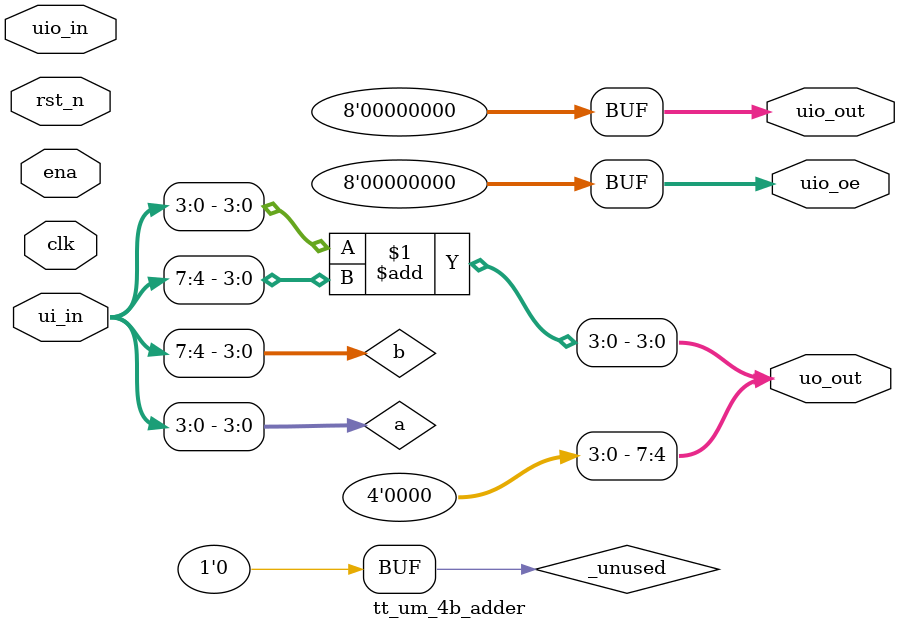
<source format=v>
/*
 * Copyright (c) 2024 Your Name
 * SPDX-License-Identifier: Apache-2.0
 */

`default_nettype none

module tt_um_4b_adder (
    input  wire [7:0] ui_in,    // Dedicated inputs
    output wire [7:0] uo_out,   // Dedicated outputs
    input  wire [7:0] uio_in,   // IOs: Input path
    output wire [7:0] uio_out,  // IOs: Output path
    output wire [7:0] uio_oe,   // IOs: Enable path (active high: 0=input, 1=output)
    input  wire       ena,      // always 1 when the design is powered, so you can ignore it
    input  wire       clk,      // clock
    input  wire       rst_n     // reset_n - low to reset
);
	
  wire [3:0] a, b;
  assign a = ui_in[3:0];
  assign b = ui_in[7:4];

  // All output pins must be assigned. If not used, assign to 0.
  assign uio_out = 0;
  assign uio_oe  = 0;
	
  assign uo_out[7:4] = 4'b0;
  assign uo_out[3:0] = a + b;
	
  // List all unused inputs to prevent warnings
  wire _unused = &{ena, clk, rst_n, uio_in, 1'b0};

endmodule

</source>
